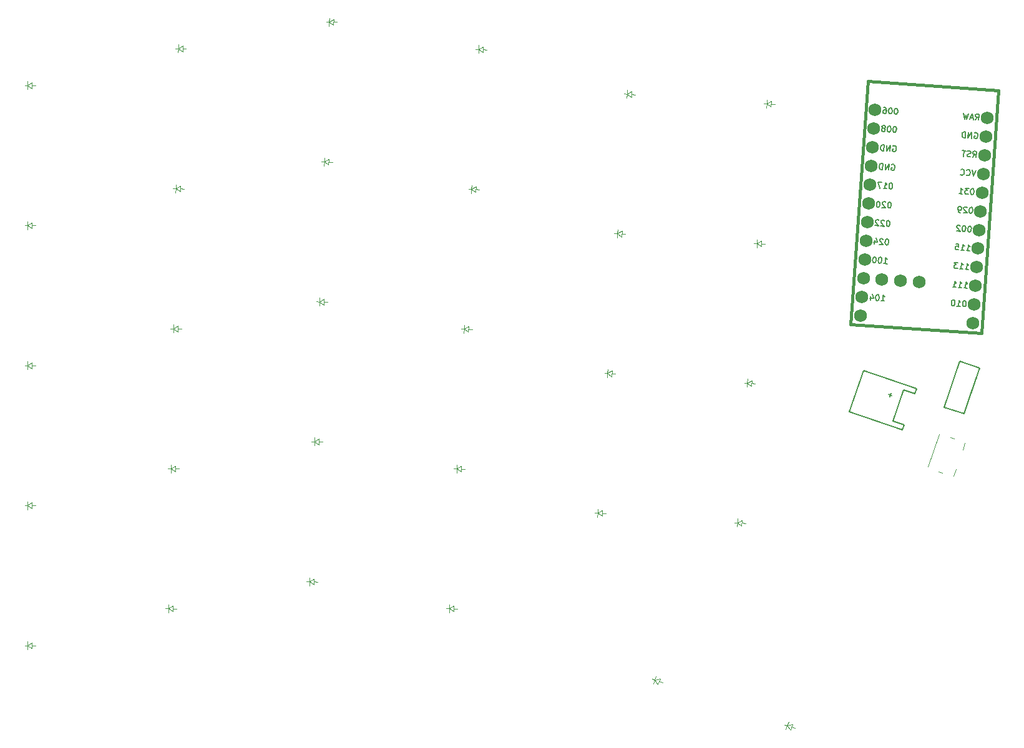
<source format=gbr>
%TF.GenerationSoftware,KiCad,Pcbnew,8.0.4*%
%TF.CreationDate,2024-08-23T21:57:30-04:00*%
%TF.ProjectId,left,6c656674-2e6b-4696-9361-645f70636258,v1.0.0*%
%TF.SameCoordinates,Original*%
%TF.FileFunction,Legend,Bot*%
%TF.FilePolarity,Positive*%
%FSLAX46Y46*%
G04 Gerber Fmt 4.6, Leading zero omitted, Abs format (unit mm)*
G04 Created by KiCad (PCBNEW 8.0.4) date 2024-08-23 21:57:30*
%MOMM*%
%LPD*%
G01*
G04 APERTURE LIST*
%ADD10C,0.150000*%
%ADD11C,0.100000*%
%ADD12C,0.120000*%
%ADD13C,0.381000*%
%ADD14C,1.752600*%
G04 APERTURE END LIST*
D10*
X166639275Y-134840544D02*
X166563270Y-134835229D01*
X166563270Y-134835229D02*
X166484608Y-134867917D01*
X166484608Y-134867917D02*
X166443948Y-134903262D01*
X166443948Y-134903262D02*
X166400631Y-134976610D01*
X166400631Y-134976610D02*
X166351999Y-135125962D01*
X166351999Y-135125962D02*
X166338712Y-135315974D01*
X166338712Y-135315974D02*
X166366085Y-135470641D01*
X166366085Y-135470641D02*
X166398773Y-135549304D01*
X166398773Y-135549304D02*
X166434118Y-135589963D01*
X166434118Y-135589963D02*
X166507465Y-135633281D01*
X166507465Y-135633281D02*
X166583470Y-135638595D01*
X166583470Y-135638595D02*
X166662132Y-135605908D01*
X166662132Y-135605908D02*
X166702792Y-135570563D01*
X166702792Y-135570563D02*
X166746109Y-135497215D01*
X166746109Y-135497215D02*
X166794741Y-135347863D01*
X166794741Y-135347863D02*
X166808028Y-135157851D01*
X166808028Y-135157851D02*
X166780656Y-135003183D01*
X166780656Y-135003183D02*
X166747968Y-134924521D01*
X166747968Y-134924521D02*
X166712623Y-134883861D01*
X166712623Y-134883861D02*
X166639275Y-134840544D01*
X166063924Y-134876688D02*
X166028579Y-134836028D01*
X166028579Y-134836028D02*
X165955231Y-134792711D01*
X165955231Y-134792711D02*
X165765219Y-134779424D01*
X165765219Y-134779424D02*
X165686557Y-134812112D01*
X165686557Y-134812112D02*
X165645897Y-134847457D01*
X165645897Y-134847457D02*
X165602580Y-134920804D01*
X165602580Y-134920804D02*
X165597265Y-134996809D01*
X165597265Y-134996809D02*
X165627295Y-135113474D01*
X165627295Y-135113474D02*
X166051436Y-135601392D01*
X166051436Y-135601392D02*
X165557404Y-135566846D01*
X165119177Y-134734249D02*
X165043172Y-134728934D01*
X165043172Y-134728934D02*
X164964510Y-134761621D01*
X164964510Y-134761621D02*
X164923850Y-134796966D01*
X164923850Y-134796966D02*
X164880533Y-134870314D01*
X164880533Y-134870314D02*
X164831901Y-135019666D01*
X164831901Y-135019666D02*
X164818614Y-135209679D01*
X164818614Y-135209679D02*
X164845987Y-135364346D01*
X164845987Y-135364346D02*
X164878675Y-135443008D01*
X164878675Y-135443008D02*
X164914020Y-135483668D01*
X164914020Y-135483668D02*
X164987367Y-135526985D01*
X164987367Y-135526985D02*
X165063372Y-135532300D01*
X165063372Y-135532300D02*
X165142034Y-135499612D01*
X165142034Y-135499612D02*
X165182694Y-135464267D01*
X165182694Y-135464267D02*
X165226011Y-135390920D01*
X165226011Y-135390920D02*
X165274643Y-135241567D01*
X165274643Y-135241567D02*
X165287930Y-135051555D01*
X165287930Y-135051555D02*
X165260557Y-134896888D01*
X165260557Y-134896888D02*
X165227870Y-134818226D01*
X165227870Y-134818226D02*
X165192525Y-134777566D01*
X165192525Y-134777566D02*
X165119177Y-134734249D01*
X166881855Y-129733120D02*
X166960518Y-129700432D01*
X166960518Y-129700432D02*
X167074525Y-129708404D01*
X167074525Y-129708404D02*
X167185875Y-129754379D01*
X167185875Y-129754379D02*
X167256565Y-129835698D01*
X167256565Y-129835698D02*
X167289253Y-129914361D01*
X167289253Y-129914361D02*
X167316625Y-130069028D01*
X167316625Y-130069028D02*
X167308653Y-130183035D01*
X167308653Y-130183035D02*
X167260021Y-130332387D01*
X167260021Y-130332387D02*
X167216704Y-130405735D01*
X167216704Y-130405735D02*
X167135384Y-130476425D01*
X167135384Y-130476425D02*
X167018720Y-130506455D01*
X167018720Y-130506455D02*
X166942715Y-130501141D01*
X166942715Y-130501141D02*
X166831365Y-130455166D01*
X166831365Y-130455166D02*
X166796020Y-130414506D01*
X166796020Y-130414506D02*
X166814622Y-130148489D01*
X166814622Y-130148489D02*
X166966631Y-130159119D01*
X166448683Y-130466594D02*
X166504488Y-129668543D01*
X166504488Y-129668543D02*
X165992654Y-130434706D01*
X165992654Y-130434706D02*
X166048459Y-129636655D01*
X165612630Y-130408132D02*
X165668435Y-129610081D01*
X165668435Y-129610081D02*
X165478423Y-129596794D01*
X165478423Y-129596794D02*
X165361758Y-129626824D01*
X165361758Y-129626824D02*
X165280438Y-129697514D01*
X165280438Y-129697514D02*
X165237121Y-129770862D01*
X165237121Y-129770862D02*
X165188489Y-129920214D01*
X165188489Y-129920214D02*
X165180517Y-130034221D01*
X165180517Y-130034221D02*
X165207890Y-130188888D01*
X165207890Y-130188888D02*
X165240577Y-130267551D01*
X165240577Y-130267551D02*
X165311268Y-130348870D01*
X165311268Y-130348870D02*
X165422617Y-130394845D01*
X165422617Y-130394845D02*
X165612630Y-130408132D01*
X177691562Y-135543225D02*
X177615557Y-135537910D01*
X177615557Y-135537910D02*
X177536895Y-135570598D01*
X177536895Y-135570598D02*
X177496235Y-135605943D01*
X177496235Y-135605943D02*
X177452918Y-135679291D01*
X177452918Y-135679291D02*
X177404286Y-135828643D01*
X177404286Y-135828643D02*
X177390999Y-136018655D01*
X177390999Y-136018655D02*
X177418372Y-136173322D01*
X177418372Y-136173322D02*
X177451060Y-136251985D01*
X177451060Y-136251985D02*
X177486405Y-136292644D01*
X177486405Y-136292644D02*
X177559752Y-136335962D01*
X177559752Y-136335962D02*
X177635757Y-136341276D01*
X177635757Y-136341276D02*
X177714419Y-136308589D01*
X177714419Y-136308589D02*
X177755079Y-136273244D01*
X177755079Y-136273244D02*
X177798396Y-136199896D01*
X177798396Y-136199896D02*
X177847028Y-136050544D01*
X177847028Y-136050544D02*
X177860315Y-135860532D01*
X177860315Y-135860532D02*
X177832943Y-135705864D01*
X177832943Y-135705864D02*
X177800255Y-135627202D01*
X177800255Y-135627202D02*
X177764910Y-135586542D01*
X177764910Y-135586542D02*
X177691562Y-135543225D01*
X177116211Y-135579369D02*
X177080866Y-135538709D01*
X177080866Y-135538709D02*
X177007518Y-135495392D01*
X177007518Y-135495392D02*
X176817506Y-135482105D01*
X176817506Y-135482105D02*
X176738844Y-135514793D01*
X176738844Y-135514793D02*
X176698184Y-135550138D01*
X176698184Y-135550138D02*
X176654867Y-135623485D01*
X176654867Y-135623485D02*
X176649552Y-135699490D01*
X176649552Y-135699490D02*
X176679582Y-135816155D01*
X176679582Y-135816155D02*
X177103723Y-136304073D01*
X177103723Y-136304073D02*
X176609691Y-136269527D01*
X176229666Y-136242953D02*
X176077657Y-136232323D01*
X176077657Y-136232323D02*
X176004309Y-136189006D01*
X176004309Y-136189006D02*
X175968964Y-136148346D01*
X175968964Y-136148346D02*
X175900931Y-136029024D01*
X175900931Y-136029024D02*
X175873559Y-135874357D01*
X175873559Y-135874357D02*
X175894818Y-135570338D01*
X175894818Y-135570338D02*
X175938135Y-135496990D01*
X175938135Y-135496990D02*
X175978795Y-135461645D01*
X175978795Y-135461645D02*
X176057457Y-135428957D01*
X176057457Y-135428957D02*
X176209467Y-135439587D01*
X176209467Y-135439587D02*
X176282814Y-135482904D01*
X176282814Y-135482904D02*
X176318159Y-135523564D01*
X176318159Y-135523564D02*
X176350847Y-135602226D01*
X176350847Y-135602226D02*
X176337560Y-135792238D01*
X176337560Y-135792238D02*
X176294243Y-135865586D01*
X176294243Y-135865586D02*
X176253583Y-135900931D01*
X176253583Y-135900931D02*
X176174921Y-135933619D01*
X176174921Y-135933619D02*
X176022911Y-135922989D01*
X176022911Y-135922989D02*
X175949563Y-135879672D01*
X175949563Y-135879672D02*
X175914218Y-135839012D01*
X175914218Y-135839012D02*
X175881531Y-135760350D01*
X165790792Y-143151603D02*
X166246821Y-143183491D01*
X166018807Y-143167547D02*
X166074612Y-142369496D01*
X166074612Y-142369496D02*
X166142645Y-142488818D01*
X166142645Y-142488818D02*
X166213335Y-142570138D01*
X166213335Y-142570138D02*
X166286682Y-142613455D01*
X165352565Y-142319005D02*
X165276560Y-142313691D01*
X165276560Y-142313691D02*
X165197898Y-142346378D01*
X165197898Y-142346378D02*
X165157238Y-142381723D01*
X165157238Y-142381723D02*
X165113921Y-142455071D01*
X165113921Y-142455071D02*
X165065289Y-142604423D01*
X165065289Y-142604423D02*
X165052002Y-142794435D01*
X165052002Y-142794435D02*
X165079375Y-142949102D01*
X165079375Y-142949102D02*
X165112063Y-143027765D01*
X165112063Y-143027765D02*
X165147408Y-143068425D01*
X165147408Y-143068425D02*
X165220755Y-143111742D01*
X165220755Y-143111742D02*
X165296760Y-143117057D01*
X165296760Y-143117057D02*
X165375422Y-143084369D01*
X165375422Y-143084369D02*
X165416082Y-143049024D01*
X165416082Y-143049024D02*
X165459399Y-142975676D01*
X165459399Y-142975676D02*
X165508031Y-142826324D01*
X165508031Y-142826324D02*
X165521318Y-142636312D01*
X165521318Y-142636312D02*
X165493946Y-142481645D01*
X165493946Y-142481645D02*
X165461258Y-142402982D01*
X165461258Y-142402982D02*
X165425913Y-142362323D01*
X165425913Y-142362323D02*
X165352565Y-142319005D01*
X164592516Y-142265858D02*
X164516511Y-142260543D01*
X164516511Y-142260543D02*
X164437849Y-142293230D01*
X164437849Y-142293230D02*
X164397189Y-142328575D01*
X164397189Y-142328575D02*
X164353872Y-142401923D01*
X164353872Y-142401923D02*
X164305240Y-142551275D01*
X164305240Y-142551275D02*
X164291953Y-142741288D01*
X164291953Y-142741288D02*
X164319326Y-142895955D01*
X164319326Y-142895955D02*
X164352014Y-142974617D01*
X164352014Y-142974617D02*
X164387359Y-143015277D01*
X164387359Y-143015277D02*
X164460706Y-143058594D01*
X164460706Y-143058594D02*
X164536711Y-143063909D01*
X164536711Y-143063909D02*
X164615373Y-143031221D01*
X164615373Y-143031221D02*
X164656033Y-142995876D01*
X164656033Y-142995876D02*
X164699350Y-142922529D01*
X164699350Y-142922529D02*
X164747982Y-142773176D01*
X164747982Y-142773176D02*
X164761269Y-142583164D01*
X164761269Y-142583164D02*
X164733896Y-142428497D01*
X164733896Y-142428497D02*
X164701209Y-142349835D01*
X164701209Y-142349835D02*
X164665864Y-142309175D01*
X164665864Y-142309175D02*
X164592516Y-142265858D01*
X177015378Y-141390300D02*
X177471407Y-141422188D01*
X177243393Y-141406244D02*
X177299198Y-140608193D01*
X177299198Y-140608193D02*
X177367231Y-140727515D01*
X177367231Y-140727515D02*
X177437921Y-140808835D01*
X177437921Y-140808835D02*
X177511268Y-140852152D01*
X176255329Y-141337152D02*
X176711358Y-141369041D01*
X176483344Y-141353096D02*
X176539149Y-140555045D01*
X176539149Y-140555045D02*
X176607182Y-140674367D01*
X176607182Y-140674367D02*
X176677872Y-140755687D01*
X176677872Y-140755687D02*
X176751219Y-140799004D01*
X175589088Y-140488610D02*
X175969112Y-140515184D01*
X175969112Y-140515184D02*
X175980541Y-140897866D01*
X175980541Y-140897866D02*
X175945196Y-140857206D01*
X175945196Y-140857206D02*
X175871848Y-140813889D01*
X175871848Y-140813889D02*
X175681836Y-140800602D01*
X175681836Y-140800602D02*
X175603174Y-140833290D01*
X175603174Y-140833290D02*
X175562514Y-140868635D01*
X175562514Y-140868635D02*
X175519197Y-140941982D01*
X175519197Y-140941982D02*
X175505910Y-141131994D01*
X175505910Y-141131994D02*
X175538597Y-141210657D01*
X175538597Y-141210657D02*
X175573942Y-141251316D01*
X175573942Y-141251316D02*
X175647290Y-141294634D01*
X175647290Y-141294634D02*
X175837302Y-141307921D01*
X175837302Y-141307921D02*
X175915964Y-141275233D01*
X175915964Y-141275233D02*
X175956624Y-141239888D01*
X178125295Y-125426933D02*
X178203958Y-125394245D01*
X178203958Y-125394245D02*
X178317965Y-125402217D01*
X178317965Y-125402217D02*
X178429315Y-125448192D01*
X178429315Y-125448192D02*
X178500005Y-125529511D01*
X178500005Y-125529511D02*
X178532693Y-125608174D01*
X178532693Y-125608174D02*
X178560065Y-125762841D01*
X178560065Y-125762841D02*
X178552093Y-125876848D01*
X178552093Y-125876848D02*
X178503461Y-126026200D01*
X178503461Y-126026200D02*
X178460144Y-126099548D01*
X178460144Y-126099548D02*
X178378824Y-126170238D01*
X178378824Y-126170238D02*
X178262160Y-126200268D01*
X178262160Y-126200268D02*
X178186155Y-126194954D01*
X178186155Y-126194954D02*
X178074805Y-126148979D01*
X178074805Y-126148979D02*
X178039460Y-126108319D01*
X178039460Y-126108319D02*
X178058062Y-125842302D01*
X178058062Y-125842302D02*
X178210071Y-125852932D01*
X177692123Y-126160407D02*
X177747928Y-125362356D01*
X177747928Y-125362356D02*
X177236094Y-126128519D01*
X177236094Y-126128519D02*
X177291899Y-125330468D01*
X176856070Y-126101945D02*
X176911875Y-125303894D01*
X176911875Y-125303894D02*
X176721863Y-125290607D01*
X176721863Y-125290607D02*
X176605198Y-125320637D01*
X176605198Y-125320637D02*
X176523878Y-125391327D01*
X176523878Y-125391327D02*
X176480561Y-125464675D01*
X176480561Y-125464675D02*
X176431929Y-125614027D01*
X176431929Y-125614027D02*
X176423957Y-125728034D01*
X176423957Y-125728034D02*
X176451330Y-125882701D01*
X176451330Y-125882701D02*
X176484017Y-125961364D01*
X176484017Y-125961364D02*
X176554708Y-126042683D01*
X176554708Y-126042683D02*
X176666057Y-126088658D01*
X176666057Y-126088658D02*
X176856070Y-126101945D01*
X176838196Y-143924113D02*
X177294225Y-143956001D01*
X177066211Y-143940057D02*
X177122016Y-143142006D01*
X177122016Y-143142006D02*
X177190049Y-143261328D01*
X177190049Y-143261328D02*
X177260739Y-143342648D01*
X177260739Y-143342648D02*
X177334086Y-143385965D01*
X176078147Y-143870965D02*
X176534176Y-143902854D01*
X176306162Y-143886909D02*
X176361967Y-143088858D01*
X176361967Y-143088858D02*
X176430000Y-143208180D01*
X176430000Y-143208180D02*
X176500690Y-143289500D01*
X176500690Y-143289500D02*
X176574037Y-143332817D01*
X175867935Y-143054312D02*
X175373903Y-143019766D01*
X175373903Y-143019766D02*
X175618661Y-143342387D01*
X175618661Y-143342387D02*
X175504654Y-143334415D01*
X175504654Y-143334415D02*
X175425992Y-143367103D01*
X175425992Y-143367103D02*
X175385332Y-143402448D01*
X175385332Y-143402448D02*
X175342015Y-143475795D01*
X175342015Y-143475795D02*
X175328728Y-143665807D01*
X175328728Y-143665807D02*
X175361415Y-143744470D01*
X175361415Y-143744470D02*
X175396760Y-143785129D01*
X175396760Y-143785129D02*
X175470108Y-143828447D01*
X175470108Y-143828447D02*
X175698122Y-143844391D01*
X175698122Y-143844391D02*
X175776785Y-143811703D01*
X175776785Y-143811703D02*
X175817445Y-143776358D01*
X177514381Y-138077037D02*
X177438376Y-138071722D01*
X177438376Y-138071722D02*
X177359714Y-138104410D01*
X177359714Y-138104410D02*
X177319054Y-138139755D01*
X177319054Y-138139755D02*
X177275737Y-138213103D01*
X177275737Y-138213103D02*
X177227105Y-138362455D01*
X177227105Y-138362455D02*
X177213818Y-138552467D01*
X177213818Y-138552467D02*
X177241191Y-138707134D01*
X177241191Y-138707134D02*
X177273879Y-138785797D01*
X177273879Y-138785797D02*
X177309224Y-138826456D01*
X177309224Y-138826456D02*
X177382571Y-138869774D01*
X177382571Y-138869774D02*
X177458576Y-138875088D01*
X177458576Y-138875088D02*
X177537238Y-138842401D01*
X177537238Y-138842401D02*
X177577898Y-138807056D01*
X177577898Y-138807056D02*
X177621215Y-138733708D01*
X177621215Y-138733708D02*
X177669847Y-138584356D01*
X177669847Y-138584356D02*
X177683134Y-138394344D01*
X177683134Y-138394344D02*
X177655762Y-138239676D01*
X177655762Y-138239676D02*
X177623074Y-138161014D01*
X177623074Y-138161014D02*
X177587729Y-138120354D01*
X177587729Y-138120354D02*
X177514381Y-138077037D01*
X176754332Y-138023889D02*
X176678327Y-138018575D01*
X176678327Y-138018575D02*
X176599665Y-138051262D01*
X176599665Y-138051262D02*
X176559005Y-138086607D01*
X176559005Y-138086607D02*
X176515688Y-138159955D01*
X176515688Y-138159955D02*
X176467056Y-138309307D01*
X176467056Y-138309307D02*
X176453769Y-138499319D01*
X176453769Y-138499319D02*
X176481142Y-138653986D01*
X176481142Y-138653986D02*
X176513830Y-138732649D01*
X176513830Y-138732649D02*
X176549175Y-138773309D01*
X176549175Y-138773309D02*
X176622522Y-138816626D01*
X176622522Y-138816626D02*
X176698527Y-138821941D01*
X176698527Y-138821941D02*
X176777189Y-138789253D01*
X176777189Y-138789253D02*
X176817849Y-138753908D01*
X176817849Y-138753908D02*
X176861166Y-138680560D01*
X176861166Y-138680560D02*
X176909798Y-138531208D01*
X176909798Y-138531208D02*
X176923085Y-138341196D01*
X176923085Y-138341196D02*
X176895713Y-138186529D01*
X176895713Y-138186529D02*
X176863025Y-138107866D01*
X176863025Y-138107866D02*
X176827680Y-138067207D01*
X176827680Y-138067207D02*
X176754332Y-138023889D01*
X176178981Y-138060033D02*
X176143636Y-138019374D01*
X176143636Y-138019374D02*
X176070288Y-137976056D01*
X176070288Y-137976056D02*
X175880276Y-137962769D01*
X175880276Y-137962769D02*
X175801614Y-137995457D01*
X175801614Y-137995457D02*
X175760954Y-138030802D01*
X175760954Y-138030802D02*
X175717637Y-138104150D01*
X175717637Y-138104150D02*
X175712322Y-138180154D01*
X175712322Y-138180154D02*
X175742352Y-138296819D01*
X175742352Y-138296819D02*
X176166493Y-138784737D01*
X176166493Y-138784737D02*
X175672461Y-138750191D01*
X166820642Y-132246878D02*
X166744637Y-132241563D01*
X166744637Y-132241563D02*
X166665975Y-132274251D01*
X166665975Y-132274251D02*
X166625315Y-132309596D01*
X166625315Y-132309596D02*
X166581998Y-132382944D01*
X166581998Y-132382944D02*
X166533366Y-132532296D01*
X166533366Y-132532296D02*
X166520079Y-132722308D01*
X166520079Y-132722308D02*
X166547452Y-132876975D01*
X166547452Y-132876975D02*
X166580140Y-132955638D01*
X166580140Y-132955638D02*
X166615485Y-132996297D01*
X166615485Y-132996297D02*
X166688832Y-133039615D01*
X166688832Y-133039615D02*
X166764837Y-133044929D01*
X166764837Y-133044929D02*
X166843499Y-133012242D01*
X166843499Y-133012242D02*
X166884159Y-132976897D01*
X166884159Y-132976897D02*
X166927476Y-132903549D01*
X166927476Y-132903549D02*
X166976108Y-132754197D01*
X166976108Y-132754197D02*
X166989395Y-132564185D01*
X166989395Y-132564185D02*
X166962023Y-132409517D01*
X166962023Y-132409517D02*
X166929335Y-132330855D01*
X166929335Y-132330855D02*
X166893990Y-132290195D01*
X166893990Y-132290195D02*
X166820642Y-132246878D01*
X165738771Y-132973180D02*
X166194800Y-133005069D01*
X165966786Y-132989124D02*
X166022591Y-132191073D01*
X166022591Y-132191073D02*
X166090624Y-132310395D01*
X166090624Y-132310395D02*
X166161314Y-132391715D01*
X166161314Y-132391715D02*
X166234661Y-132435032D01*
X165528559Y-132156527D02*
X164996525Y-132119323D01*
X164996525Y-132119323D02*
X165282742Y-132941291D01*
X177856964Y-128718137D02*
X178149555Y-128356714D01*
X178312993Y-128750026D02*
X178368798Y-127951975D01*
X178368798Y-127951975D02*
X178064779Y-127930715D01*
X178064779Y-127930715D02*
X177986117Y-127963403D01*
X177986117Y-127963403D02*
X177945457Y-127998748D01*
X177945457Y-127998748D02*
X177902139Y-128072096D01*
X177902139Y-128072096D02*
X177894167Y-128186103D01*
X177894167Y-128186103D02*
X177926855Y-128264765D01*
X177926855Y-128264765D02*
X177962200Y-128305425D01*
X177962200Y-128305425D02*
X178035547Y-128348742D01*
X178035547Y-128348742D02*
X178339567Y-128370001D01*
X177555602Y-128658876D02*
X177438937Y-128688906D01*
X177438937Y-128688906D02*
X177248925Y-128675619D01*
X177248925Y-128675619D02*
X177175577Y-128632302D01*
X177175577Y-128632302D02*
X177140232Y-128591642D01*
X177140232Y-128591642D02*
X177107545Y-128512980D01*
X177107545Y-128512980D02*
X177112859Y-128436975D01*
X177112859Y-128436975D02*
X177156177Y-128363627D01*
X177156177Y-128363627D02*
X177196836Y-128328282D01*
X177196836Y-128328282D02*
X177275499Y-128295595D01*
X177275499Y-128295595D02*
X177430166Y-128268222D01*
X177430166Y-128268222D02*
X177508828Y-128235534D01*
X177508828Y-128235534D02*
X177549488Y-128200189D01*
X177549488Y-128200189D02*
X177592805Y-128126841D01*
X177592805Y-128126841D02*
X177598120Y-128050837D01*
X177598120Y-128050837D02*
X177565432Y-127972174D01*
X177565432Y-127972174D02*
X177530087Y-127931514D01*
X177530087Y-127931514D02*
X177456740Y-127888197D01*
X177456740Y-127888197D02*
X177266728Y-127874910D01*
X177266728Y-127874910D02*
X177150063Y-127904941D01*
X176924705Y-127850994D02*
X176468676Y-127819105D01*
X176640886Y-128633101D02*
X176696691Y-127835049D01*
X167530065Y-122101651D02*
X167454060Y-122096336D01*
X167454060Y-122096336D02*
X167375398Y-122129024D01*
X167375398Y-122129024D02*
X167334738Y-122164369D01*
X167334738Y-122164369D02*
X167291421Y-122237717D01*
X167291421Y-122237717D02*
X167242789Y-122387069D01*
X167242789Y-122387069D02*
X167229502Y-122577081D01*
X167229502Y-122577081D02*
X167256875Y-122731748D01*
X167256875Y-122731748D02*
X167289563Y-122810411D01*
X167289563Y-122810411D02*
X167324908Y-122851070D01*
X167324908Y-122851070D02*
X167398255Y-122894388D01*
X167398255Y-122894388D02*
X167474260Y-122899702D01*
X167474260Y-122899702D02*
X167552922Y-122867015D01*
X167552922Y-122867015D02*
X167593582Y-122831670D01*
X167593582Y-122831670D02*
X167636899Y-122758322D01*
X167636899Y-122758322D02*
X167685531Y-122608970D01*
X167685531Y-122608970D02*
X167698818Y-122418958D01*
X167698818Y-122418958D02*
X167671446Y-122264290D01*
X167671446Y-122264290D02*
X167638758Y-122185628D01*
X167638758Y-122185628D02*
X167603413Y-122144968D01*
X167603413Y-122144968D02*
X167530065Y-122101651D01*
X166770016Y-122048503D02*
X166694011Y-122043189D01*
X166694011Y-122043189D02*
X166615349Y-122075876D01*
X166615349Y-122075876D02*
X166574689Y-122111221D01*
X166574689Y-122111221D02*
X166531372Y-122184569D01*
X166531372Y-122184569D02*
X166482740Y-122333921D01*
X166482740Y-122333921D02*
X166469453Y-122523933D01*
X166469453Y-122523933D02*
X166496826Y-122678600D01*
X166496826Y-122678600D02*
X166529514Y-122757263D01*
X166529514Y-122757263D02*
X166564859Y-122797923D01*
X166564859Y-122797923D02*
X166638206Y-122841240D01*
X166638206Y-122841240D02*
X166714211Y-122846555D01*
X166714211Y-122846555D02*
X166792873Y-122813867D01*
X166792873Y-122813867D02*
X166833533Y-122778522D01*
X166833533Y-122778522D02*
X166876850Y-122705174D01*
X166876850Y-122705174D02*
X166925482Y-122555822D01*
X166925482Y-122555822D02*
X166938769Y-122365810D01*
X166938769Y-122365810D02*
X166911397Y-122211143D01*
X166911397Y-122211143D02*
X166878709Y-122132480D01*
X166878709Y-122132480D02*
X166843364Y-122091821D01*
X166843364Y-122091821D02*
X166770016Y-122048503D01*
X165819955Y-121982069D02*
X165971965Y-121992698D01*
X165971965Y-121992698D02*
X166045312Y-122036015D01*
X166045312Y-122036015D02*
X166080657Y-122076675D01*
X166080657Y-122076675D02*
X166148690Y-122195997D01*
X166148690Y-122195997D02*
X166176063Y-122350664D01*
X166176063Y-122350664D02*
X166154804Y-122654684D01*
X166154804Y-122654684D02*
X166111487Y-122728031D01*
X166111487Y-122728031D02*
X166070827Y-122763376D01*
X166070827Y-122763376D02*
X165992165Y-122796064D01*
X165992165Y-122796064D02*
X165840155Y-122785435D01*
X165840155Y-122785435D02*
X165766807Y-122742117D01*
X165766807Y-122742117D02*
X165731462Y-122701458D01*
X165731462Y-122701458D02*
X165698775Y-122622795D01*
X165698775Y-122622795D02*
X165712062Y-122432783D01*
X165712062Y-122432783D02*
X165755379Y-122359436D01*
X165755379Y-122359436D02*
X165796039Y-122324091D01*
X165796039Y-122324091D02*
X165874701Y-122291403D01*
X165874701Y-122291403D02*
X166026711Y-122302032D01*
X166026711Y-122302032D02*
X166100058Y-122345350D01*
X166100058Y-122345350D02*
X166135403Y-122386009D01*
X166135403Y-122386009D02*
X166168091Y-122464672D01*
X166289795Y-139838340D02*
X166213790Y-139833025D01*
X166213790Y-139833025D02*
X166135128Y-139865713D01*
X166135128Y-139865713D02*
X166094468Y-139901058D01*
X166094468Y-139901058D02*
X166051151Y-139974406D01*
X166051151Y-139974406D02*
X166002519Y-140123758D01*
X166002519Y-140123758D02*
X165989232Y-140313770D01*
X165989232Y-140313770D02*
X166016605Y-140468437D01*
X166016605Y-140468437D02*
X166049293Y-140547100D01*
X166049293Y-140547100D02*
X166084638Y-140587759D01*
X166084638Y-140587759D02*
X166157985Y-140631077D01*
X166157985Y-140631077D02*
X166233990Y-140636391D01*
X166233990Y-140636391D02*
X166312652Y-140603704D01*
X166312652Y-140603704D02*
X166353312Y-140568359D01*
X166353312Y-140568359D02*
X166396629Y-140495011D01*
X166396629Y-140495011D02*
X166445261Y-140345659D01*
X166445261Y-140345659D02*
X166458548Y-140155647D01*
X166458548Y-140155647D02*
X166431176Y-140000979D01*
X166431176Y-140000979D02*
X166398488Y-139922317D01*
X166398488Y-139922317D02*
X166363143Y-139881657D01*
X166363143Y-139881657D02*
X166289795Y-139838340D01*
X165714444Y-139874484D02*
X165679099Y-139833824D01*
X165679099Y-139833824D02*
X165605751Y-139790507D01*
X165605751Y-139790507D02*
X165415739Y-139777220D01*
X165415739Y-139777220D02*
X165337077Y-139809908D01*
X165337077Y-139809908D02*
X165296417Y-139845253D01*
X165296417Y-139845253D02*
X165253100Y-139918600D01*
X165253100Y-139918600D02*
X165247785Y-139994605D01*
X165247785Y-139994605D02*
X165277815Y-140111270D01*
X165277815Y-140111270D02*
X165701956Y-140599188D01*
X165701956Y-140599188D02*
X165207924Y-140564642D01*
X164561083Y-139984775D02*
X164523880Y-140516809D01*
X164772355Y-139694042D02*
X164922506Y-140277366D01*
X164922506Y-140277366D02*
X164428474Y-140242820D01*
X178211327Y-123650511D02*
X178503918Y-123289089D01*
X178667357Y-123682400D02*
X178723162Y-122884349D01*
X178723162Y-122884349D02*
X178419142Y-122863090D01*
X178419142Y-122863090D02*
X178340480Y-122895777D01*
X178340480Y-122895777D02*
X178299820Y-122931122D01*
X178299820Y-122931122D02*
X178256503Y-123004470D01*
X178256503Y-123004470D02*
X178248531Y-123118477D01*
X178248531Y-123118477D02*
X178281219Y-123197139D01*
X178281219Y-123197139D02*
X178316564Y-123237799D01*
X178316564Y-123237799D02*
X178389911Y-123281117D01*
X178389911Y-123281117D02*
X178693931Y-123302376D01*
X177923252Y-123401238D02*
X177543228Y-123374664D01*
X177983313Y-123634567D02*
X177773101Y-122817914D01*
X177773101Y-122817914D02*
X177451279Y-123597364D01*
X177317072Y-122786025D02*
X177071255Y-123570790D01*
X177071255Y-123570790D02*
X176959106Y-122990124D01*
X176959106Y-122990124D02*
X176767235Y-123549531D01*
X176767235Y-123549531D02*
X176633028Y-122738192D01*
X177868744Y-133009412D02*
X177792739Y-133004097D01*
X177792739Y-133004097D02*
X177714077Y-133036785D01*
X177714077Y-133036785D02*
X177673417Y-133072130D01*
X177673417Y-133072130D02*
X177630100Y-133145478D01*
X177630100Y-133145478D02*
X177581468Y-133294830D01*
X177581468Y-133294830D02*
X177568181Y-133484842D01*
X177568181Y-133484842D02*
X177595554Y-133639509D01*
X177595554Y-133639509D02*
X177628242Y-133718172D01*
X177628242Y-133718172D02*
X177663587Y-133758831D01*
X177663587Y-133758831D02*
X177736934Y-133802149D01*
X177736934Y-133802149D02*
X177812939Y-133807463D01*
X177812939Y-133807463D02*
X177891601Y-133774776D01*
X177891601Y-133774776D02*
X177932261Y-133739431D01*
X177932261Y-133739431D02*
X177975578Y-133666083D01*
X177975578Y-133666083D02*
X178024210Y-133516731D01*
X178024210Y-133516731D02*
X178037497Y-133326719D01*
X178037497Y-133326719D02*
X178010125Y-133172051D01*
X178010125Y-133172051D02*
X177977437Y-133093389D01*
X177977437Y-133093389D02*
X177942092Y-133052729D01*
X177942092Y-133052729D02*
X177868744Y-133009412D01*
X177336710Y-132972209D02*
X176842678Y-132937663D01*
X176842678Y-132937663D02*
X177087436Y-133260284D01*
X177087436Y-133260284D02*
X176973429Y-133252312D01*
X176973429Y-133252312D02*
X176894767Y-133284999D01*
X176894767Y-133284999D02*
X176854107Y-133320344D01*
X176854107Y-133320344D02*
X176810790Y-133393692D01*
X176810790Y-133393692D02*
X176797503Y-133583704D01*
X176797503Y-133583704D02*
X176830190Y-133662366D01*
X176830190Y-133662366D02*
X176865535Y-133703026D01*
X176865535Y-133703026D02*
X176938883Y-133746343D01*
X176938883Y-133746343D02*
X177166897Y-133762288D01*
X177166897Y-133762288D02*
X177245560Y-133729600D01*
X177245560Y-133729600D02*
X177286220Y-133694255D01*
X176026824Y-133682566D02*
X176482853Y-133714455D01*
X176254839Y-133698510D02*
X176310644Y-132900459D01*
X176310644Y-132900459D02*
X176378677Y-133019781D01*
X176378677Y-133019781D02*
X176449367Y-133101101D01*
X176449367Y-133101101D02*
X176522714Y-133144418D01*
X166464884Y-137334454D02*
X166388879Y-137329139D01*
X166388879Y-137329139D02*
X166310217Y-137361827D01*
X166310217Y-137361827D02*
X166269557Y-137397172D01*
X166269557Y-137397172D02*
X166226240Y-137470520D01*
X166226240Y-137470520D02*
X166177608Y-137619872D01*
X166177608Y-137619872D02*
X166164321Y-137809884D01*
X166164321Y-137809884D02*
X166191694Y-137964551D01*
X166191694Y-137964551D02*
X166224382Y-138043214D01*
X166224382Y-138043214D02*
X166259727Y-138083873D01*
X166259727Y-138083873D02*
X166333074Y-138127191D01*
X166333074Y-138127191D02*
X166409079Y-138132505D01*
X166409079Y-138132505D02*
X166487741Y-138099818D01*
X166487741Y-138099818D02*
X166528401Y-138064473D01*
X166528401Y-138064473D02*
X166571718Y-137991125D01*
X166571718Y-137991125D02*
X166620350Y-137841773D01*
X166620350Y-137841773D02*
X166633637Y-137651761D01*
X166633637Y-137651761D02*
X166606265Y-137497093D01*
X166606265Y-137497093D02*
X166573577Y-137418431D01*
X166573577Y-137418431D02*
X166538232Y-137377771D01*
X166538232Y-137377771D02*
X166464884Y-137334454D01*
X165889533Y-137370598D02*
X165854188Y-137329938D01*
X165854188Y-137329938D02*
X165780840Y-137286621D01*
X165780840Y-137286621D02*
X165590828Y-137273334D01*
X165590828Y-137273334D02*
X165512166Y-137306022D01*
X165512166Y-137306022D02*
X165471506Y-137341367D01*
X165471506Y-137341367D02*
X165428189Y-137414714D01*
X165428189Y-137414714D02*
X165422874Y-137490719D01*
X165422874Y-137490719D02*
X165452904Y-137607384D01*
X165452904Y-137607384D02*
X165877045Y-138095302D01*
X165877045Y-138095302D02*
X165383013Y-138060756D01*
X165129484Y-137317450D02*
X165094139Y-137276791D01*
X165094139Y-137276791D02*
X165020791Y-137233473D01*
X165020791Y-137233473D02*
X164830779Y-137220186D01*
X164830779Y-137220186D02*
X164752117Y-137252874D01*
X164752117Y-137252874D02*
X164711457Y-137288219D01*
X164711457Y-137288219D02*
X164668140Y-137361567D01*
X164668140Y-137361567D02*
X164662825Y-137437571D01*
X164662825Y-137437571D02*
X164692855Y-137554236D01*
X164692855Y-137554236D02*
X165116996Y-138042154D01*
X165116996Y-138042154D02*
X164622964Y-138007608D01*
X167059037Y-127199306D02*
X167137700Y-127166618D01*
X167137700Y-127166618D02*
X167251707Y-127174590D01*
X167251707Y-127174590D02*
X167363057Y-127220565D01*
X167363057Y-127220565D02*
X167433747Y-127301884D01*
X167433747Y-127301884D02*
X167466435Y-127380547D01*
X167466435Y-127380547D02*
X167493807Y-127535214D01*
X167493807Y-127535214D02*
X167485835Y-127649221D01*
X167485835Y-127649221D02*
X167437203Y-127798573D01*
X167437203Y-127798573D02*
X167393886Y-127871921D01*
X167393886Y-127871921D02*
X167312566Y-127942611D01*
X167312566Y-127942611D02*
X167195902Y-127972641D01*
X167195902Y-127972641D02*
X167119897Y-127967327D01*
X167119897Y-127967327D02*
X167008547Y-127921352D01*
X167008547Y-127921352D02*
X166973202Y-127880692D01*
X166973202Y-127880692D02*
X166991804Y-127614675D01*
X166991804Y-127614675D02*
X167143813Y-127625305D01*
X166625865Y-127932780D02*
X166681670Y-127134729D01*
X166681670Y-127134729D02*
X166169836Y-127900892D01*
X166169836Y-127900892D02*
X166225641Y-127102841D01*
X165789812Y-127874318D02*
X165845617Y-127076267D01*
X165845617Y-127076267D02*
X165655605Y-127062980D01*
X165655605Y-127062980D02*
X165538940Y-127093010D01*
X165538940Y-127093010D02*
X165457620Y-127163700D01*
X165457620Y-127163700D02*
X165414303Y-127237048D01*
X165414303Y-127237048D02*
X165365671Y-127386400D01*
X165365671Y-127386400D02*
X165357699Y-127500407D01*
X165357699Y-127500407D02*
X165385072Y-127655074D01*
X165385072Y-127655074D02*
X165417759Y-127733737D01*
X165417759Y-127733737D02*
X165488450Y-127815056D01*
X165488450Y-127815056D02*
X165599799Y-127861031D01*
X165599799Y-127861031D02*
X165789812Y-127874318D01*
X165436429Y-148219228D02*
X165892458Y-148251116D01*
X165664444Y-148235172D02*
X165720249Y-147437121D01*
X165720249Y-147437121D02*
X165788282Y-147556443D01*
X165788282Y-147556443D02*
X165858972Y-147637763D01*
X165858972Y-147637763D02*
X165932319Y-147681080D01*
X164998202Y-147386630D02*
X164922197Y-147381316D01*
X164922197Y-147381316D02*
X164843535Y-147414003D01*
X164843535Y-147414003D02*
X164802875Y-147449348D01*
X164802875Y-147449348D02*
X164759558Y-147522696D01*
X164759558Y-147522696D02*
X164710926Y-147672048D01*
X164710926Y-147672048D02*
X164697639Y-147862060D01*
X164697639Y-147862060D02*
X164725012Y-148016727D01*
X164725012Y-148016727D02*
X164757700Y-148095390D01*
X164757700Y-148095390D02*
X164793045Y-148136050D01*
X164793045Y-148136050D02*
X164866392Y-148179367D01*
X164866392Y-148179367D02*
X164942397Y-148184682D01*
X164942397Y-148184682D02*
X165021059Y-148151994D01*
X165021059Y-148151994D02*
X165061719Y-148116649D01*
X165061719Y-148116649D02*
X165105036Y-148043301D01*
X165105036Y-148043301D02*
X165153668Y-147893949D01*
X165153668Y-147893949D02*
X165166955Y-147703937D01*
X165166955Y-147703937D02*
X165139583Y-147549270D01*
X165139583Y-147549270D02*
X165106895Y-147470607D01*
X165106895Y-147470607D02*
X165071550Y-147429948D01*
X165071550Y-147429948D02*
X164998202Y-147386630D01*
X164029539Y-147586213D02*
X163992336Y-148118247D01*
X164240811Y-147295480D02*
X164390962Y-147878804D01*
X164390962Y-147878804D02*
X163896930Y-147844258D01*
X176661015Y-146457925D02*
X177117044Y-146489813D01*
X176889030Y-146473869D02*
X176944835Y-145675818D01*
X176944835Y-145675818D02*
X177012868Y-145795140D01*
X177012868Y-145795140D02*
X177083558Y-145876460D01*
X177083558Y-145876460D02*
X177156905Y-145919777D01*
X175900966Y-146404777D02*
X176356995Y-146436666D01*
X176128981Y-146420721D02*
X176184786Y-145622670D01*
X176184786Y-145622670D02*
X176252819Y-145741992D01*
X176252819Y-145741992D02*
X176323509Y-145823312D01*
X176323509Y-145823312D02*
X176396856Y-145866629D01*
X175140917Y-146351629D02*
X175596946Y-146383518D01*
X175368932Y-146367573D02*
X175424737Y-145569522D01*
X175424737Y-145569522D02*
X175492770Y-145688844D01*
X175492770Y-145688844D02*
X175563460Y-145770164D01*
X175563460Y-145770164D02*
X175636807Y-145813481D01*
X176805655Y-148212288D02*
X176729650Y-148206973D01*
X176729650Y-148206973D02*
X176650988Y-148239661D01*
X176650988Y-148239661D02*
X176610328Y-148275006D01*
X176610328Y-148275006D02*
X176567011Y-148348354D01*
X176567011Y-148348354D02*
X176518379Y-148497706D01*
X176518379Y-148497706D02*
X176505092Y-148687718D01*
X176505092Y-148687718D02*
X176532465Y-148842385D01*
X176532465Y-148842385D02*
X176565153Y-148921048D01*
X176565153Y-148921048D02*
X176600498Y-148961707D01*
X176600498Y-148961707D02*
X176673845Y-149005025D01*
X176673845Y-149005025D02*
X176749850Y-149010339D01*
X176749850Y-149010339D02*
X176828512Y-148977652D01*
X176828512Y-148977652D02*
X176869172Y-148942307D01*
X176869172Y-148942307D02*
X176912489Y-148868959D01*
X176912489Y-148868959D02*
X176961121Y-148719607D01*
X176961121Y-148719607D02*
X176974408Y-148529595D01*
X176974408Y-148529595D02*
X176947036Y-148374927D01*
X176947036Y-148374927D02*
X176914348Y-148296265D01*
X176914348Y-148296265D02*
X176879003Y-148255605D01*
X176879003Y-148255605D02*
X176805655Y-148212288D01*
X175723784Y-148938590D02*
X176179813Y-148970479D01*
X175951799Y-148954534D02*
X176007604Y-148156483D01*
X176007604Y-148156483D02*
X176075637Y-148275805D01*
X176075637Y-148275805D02*
X176146327Y-148357125D01*
X176146327Y-148357125D02*
X176219674Y-148400442D01*
X175285557Y-148105993D02*
X175209552Y-148100678D01*
X175209552Y-148100678D02*
X175130890Y-148133365D01*
X175130890Y-148133365D02*
X175090230Y-148168710D01*
X175090230Y-148168710D02*
X175046913Y-148242058D01*
X175046913Y-148242058D02*
X174998281Y-148391410D01*
X174998281Y-148391410D02*
X174984994Y-148581423D01*
X174984994Y-148581423D02*
X175012367Y-148736090D01*
X175012367Y-148736090D02*
X175045055Y-148814752D01*
X175045055Y-148814752D02*
X175080400Y-148855412D01*
X175080400Y-148855412D02*
X175153747Y-148898729D01*
X175153747Y-148898729D02*
X175229752Y-148904044D01*
X175229752Y-148904044D02*
X175308414Y-148871356D01*
X175308414Y-148871356D02*
X175349074Y-148836011D01*
X175349074Y-148836011D02*
X175392391Y-148762664D01*
X175392391Y-148762664D02*
X175441023Y-148613311D01*
X175441023Y-148613311D02*
X175454310Y-148423299D01*
X175454310Y-148423299D02*
X175426937Y-148268632D01*
X175426937Y-148268632D02*
X175394250Y-148189970D01*
X175394250Y-148189970D02*
X175358905Y-148149310D01*
X175358905Y-148149310D02*
X175285557Y-148105993D01*
X167357767Y-124565635D02*
X167281762Y-124560320D01*
X167281762Y-124560320D02*
X167203100Y-124593008D01*
X167203100Y-124593008D02*
X167162440Y-124628353D01*
X167162440Y-124628353D02*
X167119123Y-124701701D01*
X167119123Y-124701701D02*
X167070491Y-124851053D01*
X167070491Y-124851053D02*
X167057204Y-125041065D01*
X167057204Y-125041065D02*
X167084577Y-125195732D01*
X167084577Y-125195732D02*
X167117265Y-125274395D01*
X167117265Y-125274395D02*
X167152610Y-125315054D01*
X167152610Y-125315054D02*
X167225957Y-125358372D01*
X167225957Y-125358372D02*
X167301962Y-125363686D01*
X167301962Y-125363686D02*
X167380624Y-125330999D01*
X167380624Y-125330999D02*
X167421284Y-125295654D01*
X167421284Y-125295654D02*
X167464601Y-125222306D01*
X167464601Y-125222306D02*
X167513233Y-125072954D01*
X167513233Y-125072954D02*
X167526520Y-124882942D01*
X167526520Y-124882942D02*
X167499148Y-124728274D01*
X167499148Y-124728274D02*
X167466460Y-124649612D01*
X167466460Y-124649612D02*
X167431115Y-124608952D01*
X167431115Y-124608952D02*
X167357767Y-124565635D01*
X166597718Y-124512487D02*
X166521713Y-124507173D01*
X166521713Y-124507173D02*
X166443051Y-124539860D01*
X166443051Y-124539860D02*
X166402391Y-124575205D01*
X166402391Y-124575205D02*
X166359074Y-124648553D01*
X166359074Y-124648553D02*
X166310442Y-124797905D01*
X166310442Y-124797905D02*
X166297155Y-124987917D01*
X166297155Y-124987917D02*
X166324528Y-125142584D01*
X166324528Y-125142584D02*
X166357216Y-125221247D01*
X166357216Y-125221247D02*
X166392561Y-125261907D01*
X166392561Y-125261907D02*
X166465908Y-125305224D01*
X166465908Y-125305224D02*
X166541913Y-125310539D01*
X166541913Y-125310539D02*
X166620575Y-125277851D01*
X166620575Y-125277851D02*
X166661235Y-125242506D01*
X166661235Y-125242506D02*
X166704552Y-125169158D01*
X166704552Y-125169158D02*
X166753184Y-125019806D01*
X166753184Y-125019806D02*
X166766471Y-124829794D01*
X166766471Y-124829794D02*
X166739099Y-124675127D01*
X166739099Y-124675127D02*
X166706411Y-124596464D01*
X166706411Y-124596464D02*
X166671066Y-124555805D01*
X166671066Y-124555805D02*
X166597718Y-124512487D01*
X165851755Y-124804019D02*
X165930417Y-124771331D01*
X165930417Y-124771331D02*
X165971077Y-124735986D01*
X165971077Y-124735986D02*
X166014395Y-124662639D01*
X166014395Y-124662639D02*
X166017052Y-124624636D01*
X166017052Y-124624636D02*
X165984364Y-124545974D01*
X165984364Y-124545974D02*
X165949019Y-124505314D01*
X165949019Y-124505314D02*
X165875672Y-124461997D01*
X165875672Y-124461997D02*
X165723662Y-124451367D01*
X165723662Y-124451367D02*
X165645000Y-124484055D01*
X165645000Y-124484055D02*
X165604340Y-124519400D01*
X165604340Y-124519400D02*
X165561023Y-124592748D01*
X165561023Y-124592748D02*
X165558365Y-124630750D01*
X165558365Y-124630750D02*
X165591053Y-124709412D01*
X165591053Y-124709412D02*
X165626398Y-124750072D01*
X165626398Y-124750072D02*
X165699745Y-124793389D01*
X165699745Y-124793389D02*
X165851755Y-124804019D01*
X165851755Y-124804019D02*
X165925103Y-124847336D01*
X165925103Y-124847336D02*
X165960448Y-124887996D01*
X165960448Y-124887996D02*
X165993135Y-124966658D01*
X165993135Y-124966658D02*
X165982506Y-125118668D01*
X165982506Y-125118668D02*
X165939189Y-125192015D01*
X165939189Y-125192015D02*
X165898529Y-125227360D01*
X165898529Y-125227360D02*
X165819867Y-125260048D01*
X165819867Y-125260048D02*
X165667857Y-125249419D01*
X165667857Y-125249419D02*
X165594509Y-125206101D01*
X165594509Y-125206101D02*
X165559164Y-125165442D01*
X165559164Y-125165442D02*
X165526477Y-125086779D01*
X165526477Y-125086779D02*
X165537106Y-124934770D01*
X165537106Y-124934770D02*
X165580423Y-124861422D01*
X165580423Y-124861422D02*
X165621083Y-124826077D01*
X165621083Y-124826077D02*
X165699745Y-124793389D01*
X178311942Y-130494201D02*
X177990120Y-131273650D01*
X177990120Y-131273650D02*
X177779908Y-130456997D01*
X177007372Y-131128553D02*
X177042717Y-131169213D01*
X177042717Y-131169213D02*
X177154067Y-131215188D01*
X177154067Y-131215188D02*
X177230072Y-131220503D01*
X177230072Y-131220503D02*
X177346736Y-131190472D01*
X177346736Y-131190472D02*
X177428056Y-131119782D01*
X177428056Y-131119782D02*
X177471373Y-131046435D01*
X177471373Y-131046435D02*
X177520005Y-130897082D01*
X177520005Y-130897082D02*
X177527977Y-130783075D01*
X177527977Y-130783075D02*
X177500605Y-130628408D01*
X177500605Y-130628408D02*
X177467917Y-130549746D01*
X177467917Y-130549746D02*
X177397227Y-130468426D01*
X177397227Y-130468426D02*
X177285877Y-130422451D01*
X177285877Y-130422451D02*
X177209872Y-130417137D01*
X177209872Y-130417137D02*
X177093207Y-130447167D01*
X177093207Y-130447167D02*
X177052547Y-130482512D01*
X176209321Y-131072748D02*
X176244666Y-131113408D01*
X176244666Y-131113408D02*
X176356016Y-131159383D01*
X176356016Y-131159383D02*
X176432020Y-131164697D01*
X176432020Y-131164697D02*
X176548685Y-131134667D01*
X176548685Y-131134667D02*
X176630005Y-131063977D01*
X176630005Y-131063977D02*
X176673322Y-130990630D01*
X176673322Y-130990630D02*
X176721954Y-130841277D01*
X176721954Y-130841277D02*
X176729926Y-130727270D01*
X176729926Y-130727270D02*
X176702553Y-130572603D01*
X176702553Y-130572603D02*
X176669866Y-130493940D01*
X176669866Y-130493940D02*
X176599176Y-130412621D01*
X176599176Y-130412621D02*
X176487826Y-130366646D01*
X176487826Y-130366646D02*
X176411821Y-130361331D01*
X176411821Y-130361331D02*
X176295156Y-130391362D01*
X176295156Y-130391362D02*
X176254496Y-130426707D01*
%TO.C,T1*%
X173978475Y-162649895D02*
X176673203Y-163577764D01*
X176127225Y-156409472D02*
X173978475Y-162649895D01*
X177112720Y-162301314D02*
X178382436Y-158613792D01*
X177747578Y-160457553D02*
X176673203Y-163577764D01*
X177747578Y-160457553D02*
X178821953Y-157337342D01*
X178821953Y-157337342D02*
X176127225Y-156409472D01*
D11*
%TO.C,D8*%
X69000567Y-151993460D02*
X69400506Y-152000441D01*
X69400506Y-152000441D02*
X69390907Y-152550357D01*
X69400506Y-152000441D02*
X69410105Y-151450524D01*
X69400506Y-152000441D02*
X70007396Y-151610973D01*
X69993434Y-152410851D02*
X69400506Y-152000441D01*
X70000415Y-152010912D02*
X70500339Y-152019638D01*
X70007396Y-151610973D02*
X69993434Y-152410851D01*
%TO.C,D18*%
X108452117Y-152013146D02*
X108851569Y-152034080D01*
X108851569Y-152034080D02*
X108822784Y-152583327D01*
X108851569Y-152034080D02*
X108880353Y-151484834D01*
X108851569Y-152034080D02*
X109471681Y-151666030D01*
X109429812Y-152464934D02*
X108851569Y-152034080D01*
X109450746Y-152065482D02*
X109950061Y-152091650D01*
X109471681Y-151666030D02*
X109429812Y-152464934D01*
D10*
%TO.C,JST1*%
X161133079Y-163250569D02*
X168319020Y-165724887D01*
X163053931Y-157672009D02*
X161133079Y-163250569D01*
X166755299Y-160744448D02*
X166592515Y-161217207D01*
X166910286Y-161062219D02*
X166437527Y-160899435D01*
X167034088Y-164542115D02*
X168499145Y-160287281D01*
X168319020Y-165724887D02*
X168546918Y-165063024D01*
X168499145Y-160287281D02*
X170011974Y-160808190D01*
X168546918Y-165063024D02*
X167034088Y-164542115D01*
X170011974Y-160808190D02*
X170239872Y-160146327D01*
X170239872Y-160146327D02*
X163053931Y-157672009D01*
D11*
%TO.C,D15*%
X90144232Y-110355373D02*
X90543988Y-110369333D01*
X90543988Y-110369333D02*
X90524793Y-110918998D01*
X90543988Y-110369333D02*
X90563183Y-109819668D01*
X90543988Y-110369333D02*
X91157584Y-109990517D01*
X91129663Y-110790029D02*
X90543988Y-110369333D01*
X91143623Y-110390273D02*
X91643318Y-110407723D01*
X91157584Y-109990517D02*
X91129663Y-110790029D01*
D12*
%TO.C,B1*%
X171763737Y-170771315D02*
X173293908Y-166327376D01*
X173220372Y-171378635D02*
X173740408Y-171557698D01*
X174815656Y-166745594D02*
X175335692Y-166924657D01*
X175262156Y-171975916D02*
X175563307Y-171101311D01*
X176491176Y-168406583D02*
X176792327Y-167531977D01*
D11*
%TO.C,D17*%
X107457734Y-170987107D02*
X107857186Y-171008041D01*
X107857186Y-171008041D02*
X107828401Y-171557288D01*
X107857186Y-171008041D02*
X107885970Y-170458795D01*
X107857186Y-171008041D02*
X108477298Y-170639991D01*
X108435429Y-171438895D02*
X107857186Y-171008041D01*
X108456363Y-171039443D02*
X108955678Y-171065611D01*
X108477298Y-170639991D02*
X108435429Y-171438895D01*
%TO.C,D9*%
X69332163Y-132996354D02*
X69732102Y-133003335D01*
X69732102Y-133003335D02*
X69722503Y-133553251D01*
X69732102Y-133003335D02*
X69741701Y-132453418D01*
X69732102Y-133003335D02*
X70338992Y-132613867D01*
X70325030Y-133413745D02*
X69732102Y-133003335D01*
X70332011Y-133013806D02*
X70831935Y-133022532D01*
X70338992Y-132613867D02*
X70325030Y-133413745D01*
%TO.C,D26*%
X146867997Y-159358800D02*
X147267023Y-159386702D01*
X147267023Y-159386702D02*
X147228657Y-159935362D01*
X147267023Y-159386702D02*
X147305389Y-158838042D01*
X147267023Y-159386702D02*
X147893464Y-159029530D01*
X147837658Y-159827582D02*
X147267023Y-159386702D01*
X147865561Y-159428556D02*
X148364343Y-159463434D01*
X147893464Y-159029530D02*
X147837658Y-159827582D01*
%TO.C,D24*%
X130565026Y-120125993D02*
X130964052Y-120153895D01*
X130964052Y-120153895D02*
X130925686Y-120702555D01*
X130964052Y-120153895D02*
X131002418Y-119605235D01*
X130964052Y-120153895D02*
X131590493Y-119796723D01*
X131534687Y-120594775D02*
X130964052Y-120153895D01*
X131562590Y-120195749D02*
X132061372Y-120230627D01*
X131590493Y-119796723D02*
X131534687Y-120594775D01*
%TO.C,D11*%
X87491870Y-186309076D02*
X87891626Y-186323036D01*
X87891626Y-186323036D02*
X87872431Y-186872701D01*
X87891626Y-186323036D02*
X87910821Y-185773371D01*
X87891626Y-186323036D02*
X88505222Y-185944220D01*
X88477301Y-186743732D02*
X87891626Y-186323036D01*
X88491261Y-186343976D02*
X88990956Y-186361426D01*
X88505222Y-185944220D02*
X88477301Y-186743732D01*
%TO.C,D28*%
X149518743Y-121451366D02*
X149917769Y-121479268D01*
X149917769Y-121479268D02*
X149879403Y-122027928D01*
X149917769Y-121479268D02*
X149956135Y-120930608D01*
X149917769Y-121479268D02*
X150544210Y-121122096D01*
X150488404Y-121920148D02*
X149917769Y-121479268D01*
X150516307Y-121521122D02*
X151015089Y-121556000D01*
X150544210Y-121122096D02*
X150488404Y-121920148D01*
%TO.C,D5*%
X49250000Y-119000000D02*
X49650000Y-119000000D01*
X49650000Y-119000000D02*
X49650000Y-118450000D01*
X49650000Y-119000000D02*
X49650000Y-119550000D01*
X49650000Y-119000000D02*
X50250000Y-118600000D01*
X50250000Y-118600000D02*
X50250000Y-119400000D01*
X50250000Y-119000000D02*
X50750000Y-119000000D01*
X50250000Y-119400000D02*
X49650000Y-119000000D01*
%TO.C,D7*%
X68668972Y-170990566D02*
X69068911Y-170997547D01*
X69068911Y-170997547D02*
X69059312Y-171547463D01*
X69068911Y-170997547D02*
X69078510Y-170447630D01*
X69068911Y-170997547D02*
X69675801Y-170608079D01*
X69661839Y-171407957D02*
X69068911Y-170997547D01*
X69668820Y-171008018D02*
X70168744Y-171016744D01*
X69675801Y-170608079D02*
X69661839Y-171407957D01*
%TO.C,D14*%
X89481142Y-129343799D02*
X89880898Y-129357759D01*
X89880898Y-129357759D02*
X89861703Y-129907424D01*
X89880898Y-129357759D02*
X89900093Y-128808094D01*
X89880898Y-129357759D02*
X90494494Y-128978943D01*
X90466573Y-129778455D02*
X89880898Y-129357759D01*
X90480533Y-129378699D02*
X90980228Y-129396149D01*
X90494494Y-128978943D02*
X90466573Y-129778455D01*
%TO.C,D2*%
X49250000Y-176000000D02*
X49650000Y-176000000D01*
X49650000Y-176000000D02*
X49650000Y-175450000D01*
X49650000Y-176000000D02*
X49650000Y-176550000D01*
X49650000Y-176000000D02*
X50250000Y-175600000D01*
X50250000Y-175600000D02*
X50250000Y-176400000D01*
X50250000Y-176000000D02*
X50750000Y-176000000D01*
X50250000Y-176400000D02*
X49650000Y-176000000D01*
%TO.C,D4*%
X49250000Y-138000000D02*
X49650000Y-138000000D01*
X49650000Y-138000000D02*
X49650000Y-137450000D01*
X49650000Y-138000000D02*
X49650000Y-138550000D01*
X49650000Y-138000000D02*
X50250000Y-137600000D01*
X50250000Y-137600000D02*
X50250000Y-138400000D01*
X50250000Y-138000000D02*
X50750000Y-138000000D01*
X50250000Y-138400000D02*
X49650000Y-138000000D01*
%TO.C,D25*%
X145542624Y-178312517D02*
X145941650Y-178340419D01*
X145941650Y-178340419D02*
X145903284Y-178889079D01*
X145941650Y-178340419D02*
X145980016Y-177791759D01*
X145941650Y-178340419D02*
X146568091Y-177983247D01*
X146512285Y-178781299D02*
X145941650Y-178340419D01*
X146540188Y-178382273D02*
X147038970Y-178417151D01*
X146568091Y-177983247D02*
X146512285Y-178781299D01*
%TO.C,D22*%
X127914280Y-158033427D02*
X128313306Y-158061329D01*
X128313306Y-158061329D02*
X128274940Y-158609989D01*
X128313306Y-158061329D02*
X128351672Y-157512669D01*
X128313306Y-158061329D02*
X128939747Y-157704157D01*
X128883941Y-158502209D02*
X128313306Y-158061329D01*
X128911844Y-158103183D02*
X129410626Y-158138061D01*
X128939747Y-157704157D02*
X128883941Y-158502209D01*
%TO.C,D10*%
X69663759Y-113999248D02*
X70063698Y-114006229D01*
X70063698Y-114006229D02*
X70054099Y-114556145D01*
X70063698Y-114006229D02*
X70073297Y-113456312D01*
X70063698Y-114006229D02*
X70670588Y-113616761D01*
X70656626Y-114416639D02*
X70063698Y-114006229D01*
X70663607Y-114016700D02*
X71163531Y-114025426D01*
X70670588Y-113616761D02*
X70656626Y-114416639D01*
%TO.C,D1*%
X49250000Y-195000000D02*
X49650000Y-195000000D01*
X49650000Y-195000000D02*
X49650000Y-194450000D01*
X49650000Y-195000000D02*
X49650000Y-195550000D01*
X49650000Y-195000000D02*
X50250000Y-194600000D01*
X50250000Y-194600000D02*
X50250000Y-195400000D01*
X50250000Y-195000000D02*
X50750000Y-195000000D01*
X50250000Y-195400000D02*
X49650000Y-195000000D01*
%TO.C,D23*%
X129239653Y-139079710D02*
X129638679Y-139107612D01*
X129638679Y-139107612D02*
X129600313Y-139656272D01*
X129638679Y-139107612D02*
X129677045Y-138558952D01*
X129638679Y-139107612D02*
X130265120Y-138750440D01*
X130209314Y-139548492D02*
X129638679Y-139107612D01*
X130237217Y-139149466D02*
X130735999Y-139184344D01*
X130265120Y-138750440D02*
X130209314Y-139548492D01*
%TO.C,D21*%
X126588907Y-176987144D02*
X126987933Y-177015046D01*
X126987933Y-177015046D02*
X126949567Y-177563706D01*
X126987933Y-177015046D02*
X127026299Y-176466386D01*
X126987933Y-177015046D02*
X127614374Y-176657874D01*
X127558568Y-177455926D02*
X126987933Y-177015046D01*
X127586471Y-177056900D02*
X128085253Y-177091778D01*
X127614374Y-176657874D02*
X127558568Y-177455926D01*
%TO.C,D30*%
X152317722Y-205745769D02*
X152695929Y-205875996D01*
X152695929Y-205875996D02*
X152516867Y-206396031D01*
X152695929Y-205875996D02*
X152874992Y-205355961D01*
X152695929Y-205875996D02*
X153393468Y-205693130D01*
X153133012Y-206449544D02*
X152695929Y-205875996D01*
X153263241Y-206071337D02*
X153736000Y-206234121D01*
X153393468Y-205693130D02*
X153133012Y-206449544D01*
%TO.C,D27*%
X148193370Y-140405083D02*
X148592396Y-140432985D01*
X148592396Y-140432985D02*
X148554030Y-140981645D01*
X148592396Y-140432985D02*
X148630762Y-139884325D01*
X148592396Y-140432985D02*
X149218837Y-140075813D01*
X149163031Y-140873865D02*
X148592396Y-140432985D01*
X149190934Y-140474839D02*
X149689716Y-140509717D01*
X149218837Y-140075813D02*
X149163031Y-140873865D01*
%TO.C,D3*%
X49250000Y-157000000D02*
X49650000Y-157000000D01*
X49650000Y-157000000D02*
X49650000Y-156450000D01*
X49650000Y-157000000D02*
X49650000Y-157550000D01*
X49650000Y-157000000D02*
X50250000Y-156600000D01*
X50250000Y-156600000D02*
X50250000Y-157400000D01*
X50250000Y-157000000D02*
X50750000Y-157000000D01*
X50250000Y-157400000D02*
X49650000Y-157000000D01*
D13*
%TO.C,MCU1*%
X161319253Y-151387451D02*
X179055942Y-152627721D01*
X163622612Y-118447886D02*
X161319253Y-151387451D01*
X179055942Y-152627721D02*
X181359301Y-119688156D01*
X181359301Y-119688156D02*
X163622612Y-118447886D01*
D11*
%TO.C,D16*%
X106463351Y-189961068D02*
X106862803Y-189982002D01*
X106862803Y-189982002D02*
X106834018Y-190531249D01*
X106862803Y-189982002D02*
X106891587Y-189432756D01*
X106862803Y-189982002D02*
X107482915Y-189613952D01*
X107441046Y-190412856D02*
X106862803Y-189982002D01*
X107461980Y-190013404D02*
X107961295Y-190039572D01*
X107482915Y-189613952D02*
X107441046Y-190412856D01*
%TO.C,D19*%
X109446500Y-133039185D02*
X109845952Y-133060119D01*
X109845952Y-133060119D02*
X109817167Y-133609366D01*
X109845952Y-133060119D02*
X109874736Y-132510873D01*
X109845952Y-133060119D02*
X110466064Y-132692069D01*
X110424195Y-133490973D02*
X109845952Y-133060119D01*
X110445129Y-133091521D02*
X110944444Y-133117689D01*
X110466064Y-132692069D02*
X110424195Y-133490973D01*
%TO.C,D29*%
X134352869Y-199559974D02*
X134731076Y-199690201D01*
X134731076Y-199690201D02*
X134552014Y-200210236D01*
X134731076Y-199690201D02*
X134910139Y-199170166D01*
X134731076Y-199690201D02*
X135428615Y-199507335D01*
X135168159Y-200263749D02*
X134731076Y-199690201D01*
X135298388Y-199885542D02*
X135771147Y-200048326D01*
X135428615Y-199507335D02*
X135168159Y-200263749D01*
%TO.C,D20*%
X110440884Y-114065223D02*
X110840336Y-114086157D01*
X110840336Y-114086157D02*
X110811551Y-114635404D01*
X110840336Y-114086157D02*
X110869120Y-113536911D01*
X110840336Y-114086157D02*
X111460448Y-113718107D01*
X111418579Y-114517011D02*
X110840336Y-114086157D01*
X111439513Y-114117559D02*
X111938828Y-114143727D01*
X111460448Y-113718107D02*
X111418579Y-114517011D01*
%TO.C,D13*%
X88818051Y-148332224D02*
X89217807Y-148346184D01*
X89217807Y-148346184D02*
X89198612Y-148895849D01*
X89217807Y-148346184D02*
X89237002Y-147796519D01*
X89217807Y-148346184D02*
X89831403Y-147967368D01*
X89803482Y-148766880D02*
X89217807Y-148346184D01*
X89817442Y-148367124D02*
X90317137Y-148384574D01*
X89831403Y-147967368D02*
X89803482Y-148766880D01*
%TO.C,D12*%
X88154961Y-167320650D02*
X88554717Y-167334610D01*
X88554717Y-167334610D02*
X88535522Y-167884275D01*
X88554717Y-167334610D02*
X88573912Y-166784945D01*
X88554717Y-167334610D02*
X89168313Y-166955794D01*
X89140392Y-167755306D02*
X88554717Y-167334610D01*
X89154352Y-167355550D02*
X89654047Y-167373000D01*
X89168313Y-166955794D02*
X89140392Y-167755306D01*
%TO.C,D6*%
X68337376Y-189987673D02*
X68737315Y-189994654D01*
X68737315Y-189994654D02*
X68727716Y-190544570D01*
X68737315Y-189994654D02*
X68746914Y-189444737D01*
X68737315Y-189994654D02*
X69344205Y-189605186D01*
X69330243Y-190405064D02*
X68737315Y-189994654D01*
X69337224Y-190005125D02*
X69837148Y-190013851D01*
X69344205Y-189605186D02*
X69330243Y-190405064D01*
%TD*%
D14*
%TO.C,MCU1*%
X164623746Y-122337196D03*
X164446564Y-124871009D03*
X164269383Y-127404821D03*
X164092202Y-129938634D03*
X163915020Y-132472447D03*
X163737839Y-135006259D03*
X163560657Y-137540072D03*
X163383476Y-140073885D03*
X163206294Y-142607697D03*
X163029113Y-145141510D03*
X162851931Y-147675323D03*
X162674750Y-150209135D03*
X177877626Y-151272224D03*
X178054808Y-148738411D03*
X178231989Y-146204599D03*
X178409170Y-143670786D03*
X178586352Y-141136973D03*
X178763533Y-138603161D03*
X178940715Y-136069348D03*
X179117896Y-133535535D03*
X179295078Y-131001723D03*
X179472259Y-128467910D03*
X179649441Y-125934097D03*
X179826622Y-123400285D03*
X165562926Y-145318692D03*
X168096738Y-145495873D03*
X170630551Y-145673054D03*
%TD*%
M02*

</source>
